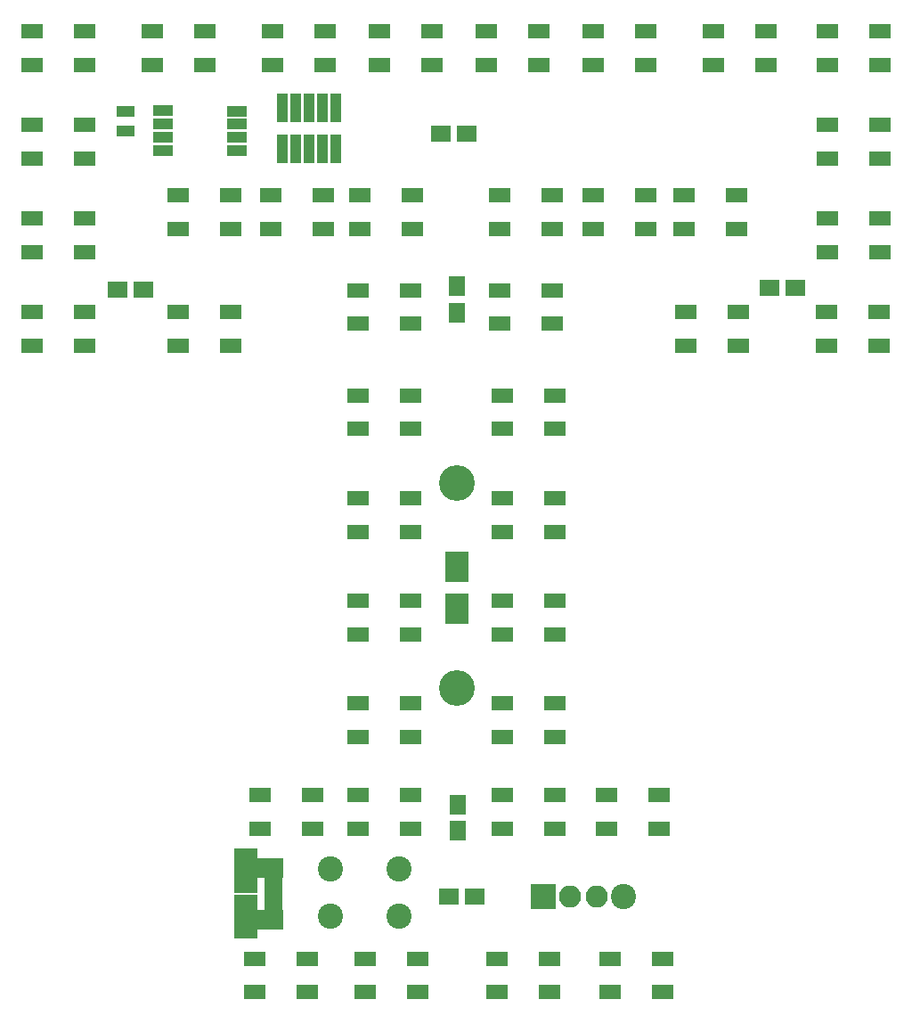
<source format=gbr>
G04 #@! TF.GenerationSoftware,KiCad,Pcbnew,(5.0.0)*
G04 #@! TF.CreationDate,2020-03-01T18:17:59-05:00*
G04 #@! TF.ProjectId,WS2812B Tiny T,575332383132422054696E7920542E6B,rev?*
G04 #@! TF.SameCoordinates,Original*
G04 #@! TF.FileFunction,Soldermask,Top*
G04 #@! TF.FilePolarity,Negative*
%FSLAX46Y46*%
G04 Gerber Fmt 4.6, Leading zero omitted, Abs format (unit mm)*
G04 Created by KiCad (PCBNEW (5.0.0)) date 03/01/20 18:17:59*
%MOMM*%
%LPD*%
G01*
G04 APERTURE LIST*
%ADD10C,3.400000*%
%ADD11R,2.000000X1.400000*%
%ADD12R,1.900000X1.650000*%
%ADD13R,1.650000X1.900000*%
%ADD14C,2.400000*%
%ADD15R,1.700000X1.100000*%
%ADD16R,1.950000X1.000000*%
%ADD17R,2.500000X1.875000*%
%ADD18R,2.300000X1.575000*%
%ADD19R,2.300000X2.775000*%
%ADD20R,1.780000X0.850000*%
%ADD21R,2.200000X2.900000*%
%ADD22R,1.140000X2.800000*%
%ADD23O,2.100000X2.100000*%
%ADD24R,2.400000X2.400000*%
G04 APERTURE END LIST*
D10*
G04 #@! TO.C,J1*
X127512000Y-121412000D03*
X127512000Y-101912000D03*
G04 #@! TD*
D11*
G04 #@! TO.C,U1*
X87162000Y-85712500D03*
X87162000Y-88912500D03*
X92162000Y-85712500D03*
X92162000Y-88912500D03*
G04 #@! TD*
G04 #@! TO.C,U2*
X92162000Y-80022500D03*
X92162000Y-76822500D03*
X87162000Y-80022500D03*
X87162000Y-76822500D03*
G04 #@! TD*
G04 #@! TO.C,U3*
X87162000Y-67932500D03*
X87162000Y-71132500D03*
X92162000Y-67932500D03*
X92162000Y-71132500D03*
G04 #@! TD*
G04 #@! TO.C,U4*
X92162000Y-62242500D03*
X92162000Y-59042500D03*
X87162000Y-62242500D03*
X87162000Y-59042500D03*
G04 #@! TD*
G04 #@! TO.C,U5*
X98592000Y-59042500D03*
X98592000Y-62242500D03*
X103592000Y-59042500D03*
X103592000Y-62242500D03*
G04 #@! TD*
G04 #@! TO.C,U6*
X115022000Y-62242500D03*
X115022000Y-59042500D03*
X110022000Y-62242500D03*
X110022000Y-59042500D03*
G04 #@! TD*
G04 #@! TO.C,U7*
X120182000Y-59042500D03*
X120182000Y-62242500D03*
X125182000Y-59042500D03*
X125182000Y-62242500D03*
G04 #@! TD*
G04 #@! TO.C,U8*
X135342000Y-62242500D03*
X135342000Y-59042500D03*
X130342000Y-62242500D03*
X130342000Y-59042500D03*
G04 #@! TD*
G04 #@! TO.C,U9*
X140462000Y-59042500D03*
X140462000Y-62242500D03*
X145462000Y-59042500D03*
X145462000Y-62242500D03*
G04 #@! TD*
G04 #@! TO.C,U10*
X156932000Y-62242500D03*
X156932000Y-59042500D03*
X151932000Y-62242500D03*
X151932000Y-59042500D03*
G04 #@! TD*
G04 #@! TO.C,U11*
X162727000Y-59042500D03*
X162727000Y-62242500D03*
X167727000Y-59042500D03*
X167727000Y-62242500D03*
G04 #@! TD*
G04 #@! TO.C,U12*
X167727000Y-71132500D03*
X167727000Y-67932500D03*
X162727000Y-71132500D03*
X162727000Y-67932500D03*
G04 #@! TD*
G04 #@! TO.C,U13*
X162727000Y-76822500D03*
X162727000Y-80022500D03*
X167727000Y-76822500D03*
X167727000Y-80022500D03*
G04 #@! TD*
G04 #@! TO.C,U15*
X154301000Y-88912500D03*
X154301000Y-85712500D03*
X149301000Y-88912500D03*
X149301000Y-85712500D03*
G04 #@! TD*
G04 #@! TO.C,U16*
X149098000Y-74622500D03*
X149098000Y-77822500D03*
X154098000Y-74622500D03*
X154098000Y-77822500D03*
G04 #@! TD*
G04 #@! TO.C,U17*
X145502000Y-77822500D03*
X145502000Y-74622500D03*
X140502000Y-77822500D03*
X140502000Y-74622500D03*
G04 #@! TD*
G04 #@! TO.C,U18*
X131612000Y-74622500D03*
X131612000Y-77822500D03*
X136612000Y-74622500D03*
X136612000Y-77822500D03*
G04 #@! TD*
G04 #@! TO.C,U19*
X136612000Y-86822500D03*
X136612000Y-83622500D03*
X131612000Y-86822500D03*
X131612000Y-83622500D03*
G04 #@! TD*
G04 #@! TO.C,U20*
X131812000Y-93622500D03*
X131812000Y-96822500D03*
X136812000Y-93622500D03*
X136812000Y-96822500D03*
G04 #@! TD*
G04 #@! TO.C,U21*
X131812000Y-103372000D03*
X131812000Y-106572000D03*
X136812000Y-103372000D03*
X136812000Y-106572000D03*
G04 #@! TD*
G04 #@! TO.C,U22*
X136812000Y-116322000D03*
X136812000Y-113122000D03*
X131812000Y-116322000D03*
X131812000Y-113122000D03*
G04 #@! TD*
G04 #@! TO.C,U23*
X131812000Y-122872000D03*
X131812000Y-126072000D03*
X136812000Y-122872000D03*
X136812000Y-126072000D03*
G04 #@! TD*
G04 #@! TO.C,U24*
X136812000Y-134822000D03*
X136812000Y-131622000D03*
X131812000Y-134822000D03*
X131812000Y-131622000D03*
G04 #@! TD*
G04 #@! TO.C,U25*
X141772000Y-131622000D03*
X141772000Y-134822000D03*
X146772000Y-131622000D03*
X146772000Y-134822000D03*
G04 #@! TD*
G04 #@! TO.C,U26*
X147062000Y-150322000D03*
X147062000Y-147122000D03*
X142062000Y-150322000D03*
X142062000Y-147122000D03*
G04 #@! TD*
G04 #@! TO.C,U27*
X131312000Y-147122000D03*
X131312000Y-150322000D03*
X136312000Y-147122000D03*
X136312000Y-150322000D03*
G04 #@! TD*
G04 #@! TO.C,U28*
X123812000Y-150322000D03*
X123812000Y-147122000D03*
X118812000Y-150322000D03*
X118812000Y-147122000D03*
G04 #@! TD*
G04 #@! TO.C,U29*
X108312000Y-147122000D03*
X108312000Y-150322000D03*
X113312000Y-147122000D03*
X113312000Y-150322000D03*
G04 #@! TD*
G04 #@! TO.C,U30*
X113812000Y-134822000D03*
X113812000Y-131622000D03*
X108812000Y-134822000D03*
X108812000Y-131622000D03*
G04 #@! TD*
G04 #@! TO.C,U31*
X118142000Y-131622000D03*
X118142000Y-134822000D03*
X123142000Y-131622000D03*
X123142000Y-134822000D03*
G04 #@! TD*
G04 #@! TO.C,U32*
X123142000Y-126072000D03*
X123142000Y-122872000D03*
X118142000Y-126072000D03*
X118142000Y-122872000D03*
G04 #@! TD*
G04 #@! TO.C,U33*
X118142000Y-113122000D03*
X118142000Y-116322000D03*
X123142000Y-113122000D03*
X123142000Y-116322000D03*
G04 #@! TD*
G04 #@! TO.C,U34*
X123142000Y-106572000D03*
X123142000Y-103372000D03*
X118142000Y-106572000D03*
X118142000Y-103372000D03*
G04 #@! TD*
G04 #@! TO.C,U35*
X118142000Y-93622500D03*
X118142000Y-96822500D03*
X123142000Y-93622500D03*
X123142000Y-96822500D03*
G04 #@! TD*
G04 #@! TO.C,U36*
X123142000Y-86822500D03*
X123142000Y-83622500D03*
X118142000Y-86822500D03*
X118142000Y-83622500D03*
G04 #@! TD*
G04 #@! TO.C,U37*
X118312000Y-74622500D03*
X118312000Y-77822500D03*
X123312000Y-74622500D03*
X123312000Y-77822500D03*
G04 #@! TD*
G04 #@! TO.C,U38*
X114812000Y-77822500D03*
X114812000Y-74622500D03*
X109812000Y-77822500D03*
X109812000Y-74622500D03*
G04 #@! TD*
G04 #@! TO.C,U39*
X101062000Y-74622500D03*
X101062000Y-77822500D03*
X106062000Y-74622500D03*
X106062000Y-77822500D03*
G04 #@! TD*
G04 #@! TO.C,U14*
X162687000Y-85712500D03*
X162687000Y-88912500D03*
X167687000Y-85712500D03*
X167687000Y-88912500D03*
G04 #@! TD*
D12*
G04 #@! TO.C,C3*
X126750000Y-141200000D03*
X129250000Y-141200000D03*
G04 #@! TD*
G04 #@! TO.C,C4*
X128500000Y-68750000D03*
X126000000Y-68750000D03*
G04 #@! TD*
G04 #@! TO.C,C5*
X97770000Y-83553300D03*
X95270000Y-83553300D03*
G04 #@! TD*
D13*
G04 #@! TO.C,C6*
X127500000Y-83250000D03*
X127500000Y-85750000D03*
G04 #@! TD*
D12*
G04 #@! TO.C,C7*
X157246000Y-83400900D03*
X159746000Y-83400900D03*
G04 #@! TD*
D13*
G04 #@! TO.C,C8*
X127600000Y-135000000D03*
X127600000Y-132500000D03*
G04 #@! TD*
D11*
G04 #@! TO.C,U40*
X101062000Y-85722500D03*
X101062000Y-88922500D03*
X106062000Y-85722500D03*
X106062000Y-88922500D03*
G04 #@! TD*
D14*
G04 #@! TO.C,SW1*
X122000000Y-138622000D03*
X122000000Y-143122000D03*
X115500000Y-138622000D03*
X115500000Y-143122000D03*
G04 #@! TD*
D15*
G04 #@! TO.C,R1*
X96000000Y-66600000D03*
X96000000Y-68500000D03*
G04 #@! TD*
D16*
G04 #@! TO.C,MCU1*
X99600000Y-66595000D03*
X99600000Y-67865000D03*
X99600000Y-69135000D03*
X99600000Y-70405000D03*
X106600000Y-70405000D03*
X106600000Y-69135000D03*
X106600000Y-67865000D03*
X106600000Y-66600000D03*
G04 #@! TD*
D17*
G04 #@! TO.C,USB1*
X109750000Y-143424500D03*
D18*
X107450000Y-141799500D03*
D19*
X107450000Y-138049500D03*
X107450000Y-143874500D03*
D18*
X107450000Y-140124500D03*
D17*
X109750000Y-138499500D03*
D20*
X110110000Y-139662000D03*
X110110000Y-140312000D03*
X110110000Y-140962000D03*
X110110000Y-141612000D03*
X110110000Y-142262000D03*
G04 #@! TD*
D21*
G04 #@! TO.C,D1*
X127500000Y-109900000D03*
X127500000Y-113900000D03*
G04 #@! TD*
D22*
G04 #@! TO.C,J2*
X116040000Y-66300000D03*
X116040000Y-70200000D03*
X114770000Y-66300000D03*
X114770000Y-70200000D03*
X113500000Y-66300000D03*
X113500000Y-70200000D03*
X112230000Y-66300000D03*
X112230000Y-70200000D03*
X110960000Y-66300000D03*
X110960000Y-70200000D03*
G04 #@! TD*
D14*
G04 #@! TO.C,SW2*
X143370000Y-141250000D03*
D23*
X140830000Y-141250000D03*
X138290000Y-141250000D03*
D24*
X135750000Y-141250000D03*
G04 #@! TD*
M02*

</source>
